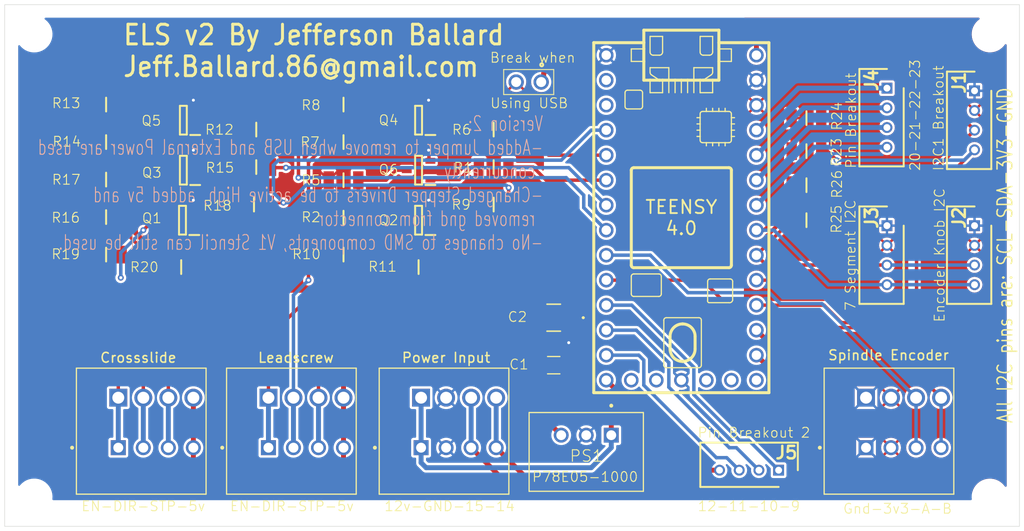
<source format=kicad_pcb>
(kicad_pcb (version 20221018) (generator pcbnew)
  (layers (0 "F.Cu" signal) (31 "B.Cu" signal) (34 "B.Paste" user) (35 "F.Paste" user) (36 "B.SilkS" user "B.Silkscreen") (37 "F.SilkS" user "F.Silkscreen") (38 "B.Mask" user) (39 "F.Mask" user) (44 "Edge.Cuts" user))
  (net 0 "")
  (net 1 "Net-(Q1-B)")
  (net 2 "Net-(Q1-C)")
  (net 3 "Net-(Q2-B)")
  (net 4 "Net-(Q2-C)")
  (net 5 "Net-(Q3-B)")
  (net 6 "Net-(Q3-C)")
  (net 7 "Net-(Q4-B)")
  (net 8 "Net-(Q4-C)")
  (net 9 "Net-(Q5-B)")
  (net 10 "Net-(Q5-C)")
  (net 11 "Net-(Q6-B)")
  (net 12 "Net-(Q6-C)")
  (net 13 "/S1_STEP_3V3")
  (net 14 "/S1_DIR_3V3")
  (net 15 "/EN_3V3")
  (net 16 "EN_1")
  (net 17 "/S2_STEP_3V3")
  (net 18 "STEP_1")
  (net 19 "/S2_DIR_3V3")
  (net 20 "DIR_1")
  (net 21 "STEP_2")
  (net 24 "DIR_2")
  (net 28 "ENC_Knob_A")
  (net 29 "ENC_Knob_B")
  (net 30 "GND")
  (net 31 "SDA1")
  (net 32 "SCL1")
  (net 33 "SDA")
  (net 34 "SCL")
  (net 35 "ENC_A")
  (net 36 "3V3")
  (net 37 "P23")
  (net 38 "P22")
  (net 39 "P21")
  (net 40 "P20")
  (net 41 "P9")
  (net 42 "P10")
  (net 43 "P11")
  (net 44 "P12")
  (net 45 "EN_2")
  (net 46 "12v")
  (net 47 "P15")
  (net 48 "P14")
  (net 49 "ENC_B")
  (net 50 "Net-(J6-Pad1)")
  (net 51 "5V")
  (footprint "ELS:TE_1-2834015-4" (layer "F.Cu") (at 91.2368 42.4688)
    (fp_text reference "ENCODER0" hide)
    (fp_text value "1-2834015-4" hide)
  )
  (footprint "ELS:RESC3216X75N" (layer "F.Cu") (at 10.2956 25.3898 180)
    (fp_text reference "R19")
    (fp_text value "CR1206-FX-8250ELF" hide)
  )
  (footprint "MountingHole:MountingHole_3.2mm_M3" (layer "F.Cu") (at 3 3)
    (fp_text reference "REF**" hide)
    (fp_text value "MountingHole_3.2mm_M3" hide)
  )
  (footprint "ELS:RESC3216X60N" (layer "F.Cu") (at 17.9156 26.6598 180)
    (fp_text reference "R20")
    (fp_text value "CRCW1206220RFKEAC" hide)
  )
  (footprint "ELS:CAPC3216X140N" (layer "F.Cu") (at 55.7276 36.6268 180)
    (fp_text reference "C1")
    (fp_text value "CL31B106KBHNNNE" hide)
  )
  (footprint "ELS:RESC3216X60N" (layer "F.Cu") (at 25.5356 16.4998 180)
    (fp_text reference "R15")
    (fp_text value "CRCW12061K00FKEAC" hide)
  )
  (footprint "ELS:RESC3216X75N" (layer "F.Cu") (at 34.3916 13.9598 180)
    (fp_text reference "R7")
    (fp_text value "CR1206-FX-8250ELF" hide)
  )
  (footprint "ELS:RESC3216X75N" (layer "F.Cu") (at 10.2956 21.5798 180)
    (fp_text reference "R16")
    (fp_text value "CR1206-FX-8250ELF" hide)
  )
  (footprint "SamacSys_Parts:RESC3216X60N" (layer "F.Cu") (at 81.3816 18.3388)
    (fp_text reference "R26")
    (fp_text value "CRCW12064K70FKEBC" hide)
  )
  (footprint "SamacSys_Parts:SHDR4W50P0X200_1X4_990X450X600P" (layer "F.Cu") (at 98.4416 8.7508 90)
    (fp_text reference "J1")
    (fp_text value "B4B-PH-K-S_LF__SN_" hide)
  )
  (footprint "ELS:RESC3216X60N" (layer "F.Cu") (at 34.3916 10.1498 180)
    (fp_text reference "R8")
    (fp_text value "CRCW1206220RFKEAC" hide)
  )
  (footprint "SamacSys_Parts:SHDR4W50P0X200_1X4_990X450X600P" (layer "F.Cu") (at 89.5516 22.4508 90)
    (fp_text reference "J3")
    (fp_text value "B4B-PH-K-S_LF__SN_" hide)
  )
  (footprint "ELS:CAP_CL32_SAM-M" (layer "F.Cu") (at 55.7276 31.8008 180)
    (fp_text reference "C2")
    (fp_text value "CL32B226MOJNNNECAP_CL32_SAM-M" hide)
  )
  (footprint "ELS:RESC3216X75N" (layer "F.Cu") (at 10.2956 10.1498 180)
    (fp_text reference "R13")
    (fp_text value "CR1206-FX-8250ELF" hide)
  )
  (footprint "SamacSys_Parts:SOT96P237X111-3N" (layer "F.Cu") (at 42.0116 21.8948 180)
    (fp_text reference "Q2")
    (fp_text value "MMBT2222ALT3G" hide)
  )
  (footprint "ELS:RESC3216X60N" (layer "F.Cu") (at 25.5356 12.6898 180)
    (fp_text reference "R12")
    (fp_text value "CRCW12061K00FKEAC" hide)
  )
  (footprint "SamacSys_Parts:TSW-102-XX-YY-S" (layer "F.Cu") (at 54.4576 7.8608 180)
    (fp_text reference "J6" hide)
    (fp_text value "TSW-102-09-T-S" hide)
  )
  (footprint "ELS:RESC3216X60N" (layer "F.Cu") (at 25.3056 20.3098 180)
    (fp_text reference "R18")
    (fp_text value "CRCW12061K00FKEAC" hide)
  )
  (footprint "ELS:TEENSY_4.0" (layer "F.Cu") (at 68.6816 21.6408 -90)
    (fp_text reference "TEENSY_4.0" hide)
    (fp_text value "TEENSY_4.0" hide)
  )
  (footprint "ELS:RESC3216X60N" (layer "F.Cu") (at 49.6316 16.4998 180)
    (fp_text reference "R1")
    (fp_text value "CRCW12061K00FKEAC" hide)
  )
  (footprint "ELS:RESC3216X60N" (layer "F.Cu") (at 10.2956 17.7698 180)
    (fp_text reference "R17")
    (fp_text value "CRCW1206220RFKEAC" hide)
  )
  (footprint "ELS:TE_1-2834015-4" (layer "F.Cu") (at 15.3416 42.4688)
    (fp_text reference "STEPPER2" hide)
    (fp_text value "1-2834015-4" hide)
  )
  (footprint "SamacSys_Parts:RESC3216X60N" (layer "F.Cu") (at 81.3816 21.8948)
    (fp_text reference "R25")
    (fp_text value "CRCW12064K70FKEBC" hide)
  )
  (footprint "MountingHole:MountingHole_3.2mm_M3" (layer "F.Cu") (at 100 3)
    (fp_text reference "REF**" hide)
    (fp_text value "MountingHole_3.2mm_M3" hide)
  )
  (footprint "SamacSys_Parts:SOT96P237X111-3N" (layer "F.Cu") (at 18.1356 11.7348 180)
    (fp_text reference "Q5")
    (fp_text value "MMBT2222ALT3G" hide)
  )
  (footprint "ELS:RESC3216X75N" (layer "F.Cu") (at 34.3916 21.6408 180)
    (fp_text reference "R2")
    (fp_text value "CR1206-FX-8250ELF" hide)
  )
  (footprint "SamacSys_Parts:RESC3216X60N" (layer "F.Cu") (at 81.3816 14.8788 180)
    (fp_text reference "R23")
    (fp_text value "CRCW12064K70FKEBC" hide)
  )
  (footprint "ELS:RESC3216X60N" (layer "F.Cu") (at 10.2956 13.9598 180)
    (fp_text reference "R14")
    (fp_text value "CRCW1206220RFKEAC" hide)
  )
  (footprint "SamacSys_Parts:SOT96P237X111-3N" (layer "F.Cu") (at 42.0116 16.8148 180)
    (fp_text reference "Q6")
    (fp_text value "MMBT2222ALT3G" hide)
  )
  (footprint "MountingHole:MountingHole_3.2mm_M3" (layer "F.Cu") (at 3 50)
    (fp_text reference "REF**" hide)
    (fp_text value "MountingHole_3.2mm_M3" hide)
  )
  (footprint "SamacSys_Parts:SHDR4W50P0X200_1X4_990X450X600P" (layer "F.Cu") (at 78.5556 47.2948)
    (fp_text reference "J5")
    (fp_text value "B4B-PH-K-S_LF__SN_" hide)
  )
  (footprint "SamacSys_Parts:SOT96P237X111-3N" (layer "F.Cu") (at 18.1356 16.8148 180)
    (fp_text reference "Q3")
    (fp_text value "MMBT2222ALT3G" hide)
  )
  (footprint "SamacSys_Parts:SHDR4W50P0X200_1X4_990X450X600P" (layer "F.Cu") (at 89.5516 8.4808 90)
    (fp_text reference "J4")
    (fp_text value "B4B-PH-K-S_LF__SN_" hide)
  )
  (footprint "SamacSys_Parts:SOT96P237X111-3N" (layer "F.Cu") (at 18.0456 21.8948 180)
    (fp_text reference "Q1")
    (fp_text value "MMBT2222ALT3G" hide)
  )
  (footprint "SamacSys_Parts:SOT96P237X111-3N" (layer "F.Cu") (at 42.0116 11.7348 180)
    (fp_text reference "Q4")
    (fp_text value "MMBT2222ALT3G" hide)
  )
  (footprint "ELS:RESC3216X60N" (layer "F.Cu") (at 49.6316 12.6898 180)
    (fp_text reference "R6")
    (fp_text value "CRCW12061K00FKEAC" hide)
  )
  (footprint "SamacSys_Parts:SHDR4W50P0X200_1X4_990X450X600P" (layer "F.Cu") (at 98.4416 22.4508 90)
    (fp_text reference "J2")
    (fp_text value "B4B-PH-K-S_LF__SN_" hide)
  )
  (footprint "ELS:TE_1-2834015-4" (layer "F.Cu") (at 46.0756 42.4688)
    (fp_text reference "POWER_INPUT0" hide)
    (fp_text value "1-2834015-4" hide)
  )
  (footprint "ELS:RESC3216X60N" (layer "F.Cu") (at 49.6316 20.3098 180)
    (fp_text reference "R9")
    (fp_text value "CRCW12061K00FKEAC" hide)
  )
  (footprint "ELS:RESC3216X60N" (layer "F.Cu") (at 34.3916 17.8308 180)
    (fp_text reference "R5")
    (fp_text value "CRCW1206220RFKEAC" hide)
  )
  (footprint "ELS:RESC3216X75N" (layer "F.Cu") (at 34.3916 25.3898 180)
    (fp_text reference "R10")
    (fp_text value "CR1206-FX-8250ELF" hide)
  )
  (footprint "ELS:CONV_P78E05-1000" (layer "F.Cu") (at 59.0296 43.7388 180)
    (fp_text reference "PS1")
    (fp_text value "P78E05-1000")
  )
  (footprint "ELS:RESC3216X60N" (layer "F.Cu") (at 42.0116 26.6598 180)
    (fp_text reference "R11")
    (fp_text value "CRCW1206220RFKEAC" hide)
  )
  (footprint "SamacSys_Parts:RESC3216X60N" (layer "F.Cu") (at 81.3816 11.5288 180)
    (fp_text reference "R24")
    (fp_text value "CRCW12064K70FKEBC" hide)
  )
  (footprint "MountingHole:MountingHole_3.2mm_M3" (layer "F.Cu") (at 100 50)
    (fp_text reference "REF**" hide)
    (fp_text value "MountingHole_3.2mm_M3" hide)
  )
  (footprint "ELS:TE_1-2834015-4" (layer "F.Cu") (at 30.5816 42.4688)
    (fp_text reference "STEPPER1" hide)
    (fp_text value "1-2834015-4" hide)
  )
  (gr_rect (start 0 0) (end 103 53) (stroke (width 0.05)) (fill none) (layer "Edge.Cuts"))
  (gr_text "Version 2:\n-Added Jumper to remove when USB and External Power are used \n concurrently\n-Changed Stepper Drivers to be active High, added 5v and \n removed gnd from connector\n-No changes to SMD components, V1 Stencil can still be used." (at 54.7116 25.0444) (layer "B.SilkS") (effects (font (size 1.5 1) (thickness 0.1)) (justify left bottom mirror)))
  (gr_text "All I2C pins are: SCL-SDA-3V3-GND" (at 102.4128 42.6212 90) (layer "F.SilkS") (effects (font (size 1.5 1.2)) (justify left bottom)))
  (gr_text "ELS v2 By Jefferson Ballard\nJeff.Ballard.86@gmail.com" (at 11.8872 7.4676) (layer "F.SilkS") (effects (font (size 2 1.8) (thickness 0.3) bold) (justify left bottom)))
  (segment (start 23.8056 20.3098) (end 22.7686 20.3098) (width 0.35) (layer "F.Cu") (net 1))
  (segment (start 20.2286 22.8498) (end 19.0956 22.8498) (width 0.35) (layer "F.Cu") (net 1))
  (segment (start 22.7686 20.3098) (end 20.2286 22.8498) (width 0.35) (layer "F.Cu") (net 1))
  (segment (start 15.0876 21.8948) (end 14.0716 22.9108) (width 0.35) (layer "F.Cu") (net 2))
  (segment (start 19.4156 26.6598) (end 19.4156 25.7148) (width 0.35) (layer "F.Cu") (net 2))
  (segment (start 19.4156 25.7148) (end 16.9956 23.2948) (width 0.35) (layer "F.Cu") (net 2))
  (segment (start 11.7856 25.3998) (end 11.7956 25.3898) (width 0.35) (layer "F.Cu") (net 2))
  (segment (start 16.9956 23.2948) (end 16.9956 21.8948) (width 0.35) (layer "F.Cu") (net 2))
  (segment (start 11.7856 27.7368) (end 11.7856 25.3998) (width 0.35) (layer "F.Cu") (net 2))
  (segment (start 16.9956 21.8948) (end 15.0876 21.8948) (width 0.35) (layer "F.Cu") (net 2))
  (via (at 14.0716 22.9108) (size 0.6) (drill 0.3) (layers "F.Cu" "B.Cu") (net 2))
  (via (at 11.7856 27.7368) (size 0.6) (drill 0.3) (layers "F.Cu" "B.Cu") (net 2))
  (segment (start 14.0716 22.9108) (end 11.7856 25.1968) (width 0.35) (layer "B.Cu") (net 2))
  (segment (start 11.7856 25.1968) (end 11.7856 27.7368) (width 0.35) (layer "B.Cu") (net 2))
  (segment (start 47.4066 20.3098) (end 44.8666 22.8498) (width 0.35) (layer "F.Cu") (net 3))
  (segment (start 44.8666 22.8498) (end 43.0616 22.8498) (width 0.35) (layer "F.Cu") (net 3))
  (segment (start 48.1316 20.3098) (end 47.4066 20.3098) (width 0.35) (layer "F.Cu") (net 3))
  (segment (start 40.9616 21.9288) (end 37.5006 25.3898) (width 0.35) (layer "F.Cu") (net 4))
  (segment (start 40.9616 21.8948) (end 40.9616 21.9288) (width 0.35) (layer "F.Cu") (net 4))
  (segment (start 43.5116 26.6598) (end 43.5116 25.9348) (width 0.35) (layer "F.Cu") (net 4))
  (segment (start 37.5006 25.3898) (end 35.8916 25.3898) (width 0.35) (layer "F.Cu") (net 4))
  (segment (start 40.9616 23.3848) (end 40.9616 21.8948) (width 0.35) (layer "F.Cu") (net 4))
  (segment (start 43.5116 25.9348) (end 40.9616 23.3848) (width 0.35) (layer "F.Cu") (net 4))
  (segment (start 24.0356 16.4998) (end 23.0226 16.4998) (width 0.35) (layer "F.Cu") (net 5))
  (segment (start 21.7526 17.7698) (end 19.1856 17.7698) (width 0.35) (layer "F.Cu") (net 5))
  (segment (start 23.0226 16.4998) (end 21.7526 17.7698) (width 0.35) (layer "F.Cu") (net 5))
  (segment (start 15.5956 16.8148) (end 14.6406 17.7698) (width 0.35) (layer "F.Cu") (net 6))
  (segment (start 14.6406 17.7698) (end 11.7956 17.7698) (width 0.35) (layer "F.Cu") (net 6))
  (segment (start 11.7956 17.7698) (end 11.7956 21.5798) (width 0.35) (layer "F.Cu") (net 6))
  (segment (start 17.0856 16.8148) (end 15.5956 16.8148) (width 0.35) (layer "F.Cu") (net 6))
  (segment (start 48.1316 12.6898) (end 43.0616 12.6898) (width 0.35) (layer "F.Cu") (net 7))
  (segment (start 39.7256 11.7348) (end 38.1406 10.1498) (width 0.35) (layer "F.Cu") (net 8))
  (segment (start 35.8916 10.1498) (end 35.8916 13.9598) (width 0.35) (layer "F.Cu") (net 8))
  (segment (start 40.9616 11.7348) (end 39.7256 11.7348) (width 0.35) (layer "F.Cu") (net 8))
  (segment (start 38.1406 10.1498) (end 35.8916 10.1498) (width 0.35) (layer "F.Cu") (net 8))
  (segment (start 24.0356 12.6898) (end 19.1856 12.6898) (width 0.35) (layer "F.Cu") (net 9))
  (segment (start 15.5956 11.7348) (end 14.0106 10.1498) (width 0.35) (layer "F.Cu") (net 10))
  (segment (start 11.7956 13.9598) (end 11.7956 10.1498) (width 0.35) (layer "F.Cu") (net 10))
  (segment (start 17.0856 11.7348) (end 15.5956 11.7348) (width 0.35) (layer "F.Cu") (net 10))
  (segment (start 14.0106 10.1498) (end 11.7956 10.1498) (width 0.35) (layer "F.Cu") (net 10))
  (segment (start 47.4066 16.4998) (end 46.1366 17.7698) (width 0.35) (layer "F.Cu") (net 11))
  (segment (start 48.1316 16.4998) (end 47.4066 16.4998) (width 0.35) (layer "F.Cu") (net 11))
  (segment (start 46.1366 17.7698) (end 43.0616 17.7698) (width 0.35) (layer "F.Cu") (net 11))
  (segment (start 38.7096 17.8308) (end 35.8916 17.8308) (width 0.35) (layer "F.Cu") (net 12))
  (segment (start 40.9616 16.8148) (end 39.7256 16.8148) (width 0.35) (layer "F.Cu") (net 12))
  (segment (start 39.7256 16.8148) (end 38.7096 17.8308) (width 0.35) (layer "F.Cu") (net 12))
  (segment (start 35.8916 17.8308) (end 35.8916 21.6408) (width 0.35) (layer "F.Cu") (net 12))
  (segment (start 53.6346 16.4998) (end 51.1316 16.4998) (width 0.35) (layer "F.Cu") (net 13))
  (segment (start 54.9656 17.8308) (end 53.6346 16.4998) (width 0.35) (layer "F.Cu") (net 13))
  (segment (start 61.0616 17.8308) (end 54.9656 17.8308) (width 0.35) (layer "F.Cu") (net 13))
  (segment (start 61.0616 15.2908) (end 55.2196 15.2908) (width 0.35) (layer "F.Cu") (net 14))
  (segment (start 55.2196 15.2908) (end 52.6186 12.6898) (width 0.35) (layer "F.Cu") (net 14))
  (segment (start 52.6186 12.6898) (end 51.1316 12.6898) (width 0.35) (layer "F.Cu") (net 14))
  (segment (start 51.1556 20.2858) (end 51.1316 20.3098) (width 0.35) (layer "F.Cu") (net 15))
  (segment (start 26.9986 20.1168) (end 26.8056 20.3098) (width 0.35) (layer "F.Cu") (net 15))
  (segment (start 51.1556 18.5928) (end 51.1556 20.2858) (width 0.35) (layer "F.Cu") (net 15))
  (segment (start 28.2956 20.1168) (end 26.9986 20.1168) (width 0.35) (layer "F.Cu") (net 15))
  (via (at 51.1556 18.5928) (size 0.6) (drill 0.3) (layers "F.Cu" "B.Cu") (net 15))
  (via (at 28.2956 20.1168) (size 0.6) (drill 0.3) (layers "F.Cu" "B.Cu") (net 15))
  (segment (start 27.2796 19.1008) (end 28.2956 20.1168) (width 0.35) (layer "B.Cu") (net 15))
  (segment (start 56.4896 15.7988) (end 27.7876 15.7988) (width 0.35) (layer "B.Cu") (net 15))
  (segment (start 61.0616 12.7508) (end 59.5376 12.7508) (width 0.35) (layer "B.Cu") (net 15))
  (segment (start 27.2796 16.3068) (end 27.2796 19.1008) (width 0.35) (layer "B.Cu") (net 15))
  (segment (start 28.8036 20.1168) (end 30.5816 18.3388) (width 0.35) (layer "B.Cu") (net 15))
  (segment (start 50.9016 18.3388) (end 51.1556 18.5928) (width 0.35) (layer "B.Cu") (net 15))
  (segment (start 48.6156 18.3388) (end 50.9016 18.3388) (width 0.35) (layer "B.Cu") (net 15))
  (segment (start 59.5376 12.7508) (end 56.4896 15.7988) (width 0.35) (layer "B.Cu") (net 15))
  (segment (start 27.7876 15.7988) (end 27.2796 16.3068) (width 0.35) (layer "B.Cu") (net 15))
  (segment (start 30.5816 18.3388) (end 48.6156 18.3388) (width 0.35) (layer "B.Cu") (net 15))
  (segment (start 28.2956 20.1168) (end 28.8036 20.1168) (width 0.35) (layer "B.Cu") (net 15))
  (segment (start 32.8916 27.7128) (end 26.7716 33.8328) (width 0.35) (layer "F.Cu") (net 16))
  (segment (start 32.8916 25.3898) (end 32.8916 27.7128) (width 0.35) (layer "F.Cu") (net 16))
  (segment (start 26.7716 33.8328) (end 26.7716 39.9288) (width 0.35) (layer "F.Cu") (net 16))
  (segment (start 26.7716 45.0088) (end 26.7716 39.9288) (width 0.5) (layer "B.Cu") (net 16))
  (segment (start 29.8196 17.5768) (end 29.8196 14.2748) (width 0.35) (layer "F.Cu") (net 17))
  (segment (start 28.2346 12.6898) (end 27.0356 12.6898) (width 0.35) (layer "F.Cu") (net 17))
  (segment (start 29.8196 14.2748) (end 28.2346 12.6898) (width 0.35) (layer "F.Cu") (net 17))
  (via (at 29.8196 17.5768) (size 0.6) (drill 0.3) (layers "F.Cu" "B.Cu") (net 17))
  (segment (start 61.0616 22.9108) (end 58.7756 20.6248) (width 0.35) (layer "B.Cu") (net 17))
  (segment (start 58.7756 19.3548) (end 56.9976 17.5768) (width 0.35) (layer "B.Cu") (net 17))
  (segment (start 58.7756 20.6248) (end 58.7756 20.1168) (width 0.35) (layer "B.Cu") (net 17))
  (segment (start 56.9976 17.5768) (end 29.8196 17.5768) (width 0.35) (layer "B.Cu") (net 17))
  (segment (start 58.7756 20.1168) (end 58.7756 19.3548) (width 0.35) (layer "B.Cu") (net 17))
  (segment (start 34.3916 22.1488) (end 34.3916 29.5148) (width 0.35) (layer "F.Cu") (net 18))
  (segment (start 34.3916 29.5148) (end 31.8516 32.0548) (width 0.35) (layer "F.Cu") (net 18))
  (segment (start 31.8516 32.0548) (end 31.8516 39.9288) (width 0.35) (layer "F.Cu") (net 18))
  (segment (start 33.8836 21.6408) (end 34.3916 22.1488) (width 0.35) (layer "F.Cu") (net 18))
  (segment (start 32.8916 21.6408) (end 33.8836 21.6408) (width 0.35) (layer "F.Cu") (net 18))
  (segment (start 31.8516 45.0088) (end 31.8516 39.9288) (width 0.5) (layer "B.Cu") (net 18))
  (segment (start 28.5496 16.5608) (end 27.0966 16.5608) (width 0.35) (layer "F.Cu") (net 19))
  (segment (start 27.0966 16.5608) (end 27.0356 16.4998) (width 0.35) (layer "F.Cu") (net 19))
  (via (at 28.5496 16.5608) (size 0.6) (drill 0.3) (layers "F.Cu" "B.Cu") (net 19))
  (segment (start 57.2516 16.5608) (end 28.5496 16.5608) (width 0.35) (layer "B.Cu") (net 19))
  (segment (start 61.0616 20.3708) (end 57.2516 16.5608) (width 0.35) (layer "B.Cu") (net 19))
  (segment (start 30.8356 16.0158) (end 30.8356 27.9908) (width 0.35) (layer "F.Cu") (net 20))
  (segment (start 32.8916 13.9598) (end 30.8356 16.0158) (width 0.35) (layer "F.Cu") (net 20))
  (via (at 30.8356 27.9908) (size 0.6) (drill 0.3) (layers "F.Cu" "B.Cu") (net 20))
  (segment (start 30.8356 27.9908) (end 29.3116 29.5148) (width 0.35) (layer "B.Cu") (net 20))
  (segment (start 29.3116 45.0088) (end 29.3116 39.9288) (width 0.5) (layer "B.Cu") (net 20))
  (segment (start 29.3116 29.5148) (end 29.3116 39.9288) (width 0.35) (layer "B.Cu") (net 20))
  (segment (start 13.5636 24.4348) (end 13.5636 32.5628) (width 0.35) (layer "F.Cu") (net 21))
  (segment (start 10.2616 11.6158) (end 10.2616 22.6568) (width 0.35) (layer "F.Cu") (net 21))
  (segment (start 12.5476 23.4188) (end 13.5636 24.4348) (width 0.35) (layer "F.Cu") (net 21))
  (segment (start 11.0236 23.4188) (end 12.5476 23.4188) (width 0.35) (layer "F.Cu") (net 21))
  (segment (start 16.6116 35.6108) (end 16.6116 39.9288) (width 0.35) (layer "F.Cu") (net 21))
  (segment (start 10.2616 22.6568) (end 11.0236 23.4188) (width 0.35) (layer "F.Cu") (net 21))
  (segment (start 13.5636 32.5628) (end 16.6116 35.6108) (width 0.35) (layer "F.Cu") (net 21))
  (segment (start 8.7956 10.1498) (end 10.2616 11.6158) (width 0.35) (layer "F.Cu") (net 21))
  (segment (start 16.6116 45.0088) (end 16.6116 39.9288) (width 0.5) (layer "B.Cu") (net 21))
  (segment (start 14.0716 34.0868) (end 14.0716 39.9288) (width 0.35) (layer "F.Cu") (net 24))
  (segment (start 8.7956 21.5798) (end 8.7956 22.4608) (width 0.35) (layer "F.Cu") (net 24))
  (segment (start 10.2616 30.2768) (end 14.0716 34.0868) (width 0.35) (layer "F.Cu") (net 24))
  (segment (start 8.7956 22.4608) (end 10.2616 23.9268) (width 0.35) (layer "F.Cu") (net 24))
  (segment (start 10.2616 23.9268) (end 10.2616 30.2768) (width 0.35) (layer "F.Cu") (net 24))
  (segment (start 14.0716 45.0088) (end 14.0716 39.9288) (width 0.5) (layer "B.Cu") (net 24))
  (segment (start 57.2226 36.6268) (end 57.2226 34.3698) (width 0.35) (layer "F.Cu") (net 30))
  (segment (start 19.1856 9.7368) (end 19.1516 9.7028) (width 0.35) (layer "F.Cu") (net 30))
  (segment (start 43.0616 19.8968) (end 43.0276 19.8628) (width 0.35) (layer "F.Cu") (net 30))
  (segment (start 19.0956 20.9398) (end 19.0956 19.9188) (width 0.35) (layer "F.Cu") (net 30))
  (segment (start 57.307 31.8008) (end 57.307 34.2854) (width 0.35) (layer "F.Cu") (net 30))
  (segment (start 43.0616 9.7368) (end 43.0276 9.7028) (width 0.35) (layer "F.Cu") (net 30))
  (segment (start 43.0616 14.8168) (end 43.0276 14.7828) (width 0.35) (layer "F.Cu") (net 30))
  (segment (start 19.1856 15.8598) (end 19.1856 14.8168) (width 0.35) (layer "F.Cu") (net 30))
  (segment (start 19.0956 19.9188) (end 19.1516 19.8628) (width 0.35) (layer "F.Cu") (net 30))
  (segment (start 43.0616 20.9398) (end 43.0616 19.8968) (width 0.35) (layer "F.Cu") (net 30))
  (segment (start 57.2226 34.3698) (end 57.2516 34.3408) (width 0.35) (layer "F.Cu") (net 30))
  (segment (start 57.307 34.2854) (end 57.2516 34.3408) (width 0.35) (layer "F.Cu") (net 30))
  (segment (start 19.1856 10.7798) (end 19.1856 9.7368) (width 0.35) (layer "F.Cu") (net 30))
  (segment (start 43.0616 15.8598) (end 43.0616 14.8168) (width 0.35) (layer "F.Cu") (net 30))
  (segment (start 43.0616 10.7798) (end 43.0616 9.7368) (width 0.35) (layer "F.Cu") (net 30))
  (segment (start 19.1856 14.8168) (end 19.1516 14.7828) (width 0.35) (layer "F.Cu") (net 30))
  (via (at 43.0276 14.7828) (size 0.6) (drill 0.3) (layers "F.Cu" "B.Cu") (net 30))
  (via (at 19.1516 9.7028) (size 0.6) (drill 0.3) (layers "F.Cu" "B.Cu") (net 30))
  (via (at 57.2516 34.3408) (size 0.6) (drill 0.3) (layers "F.Cu" "B.Cu") (net 30))
  (via (at 19.1516 14.7828) (size 0.6) (drill 0.3) (layers "F.Cu" "B.Cu") (net 30))
  (via (at 43.0276 9.7028) (size 0.6) (drill 0.3) (layers "F.Cu" "B.Cu") (net 30))
  (via (at 19.1516 19.8628) (size 0.6) (drill 0.3) (layers "F.Cu" "B.Cu") (net 30))
  (via (at 43.0276 19.8628) (size 0.6) (drill 0.3) (layers "F.Cu" "B.Cu") (net 30))
  (segment (start 91.5416 30.5308) (end 90.5256 31.5468) (width 0.35) (layer "F.Cu") (net 31))
  (segment (start 98.4416 12.7508) (end 91.5416 19.6508) (width 0.35) (layer "F.Cu") (net 31))
  (segment (start 90.5256 31.5468) (end 85.4456 31.5468) (width 0.35) (layer "F.Cu") (net 31))
  (segment (start 97.2196 11.5288) (end 98.4416 12.7508) (width 0.35) (layer "F.Cu") (net 31))
  (segment (start 85.4456 31.5468) (end 81.8896 27.9908) (width 0.35) (layer "F.Cu") (net 31))
  (segment (start 81.8896 27.9908) (end 76.3016 27.9908) (width 0.35) (layer "F.Cu") (net 31))
  (segment (start 91.5416 19.6508) (end 91.5416 30.5308) (width 0.35) (layer "F.Cu") (net 31))
  (segment (start 82.8816 11.5288) (end 97.2196 11.5288) (width 0.35) (layer "F.Cu") (net 31))
  (segment (start 92.5576 30.7848) (end 91.0336 32.3088) (width 0.35) (layer "F.Cu") (net 32))
  (segment (start 83.5096 14.8788) (end 84.4296 15.7988) (width 0.35) (layer "F.Cu") (net 32))
  (segment (start 83.1596 30.5308) (end 76.3016 30.5308) (width 0.35) (layer "F.Cu") (net 32))
  (segment (start 82.8816 14.8788) (end 83.5096 14.8788) (width 0.35) (layer "F.Cu") (net 32))
  (segment (start 84.9376 32.3088) (end 83.1596 30.5308) (width 0.35) (layer "F.Cu") (net 32))
  (segment (start 91.0336 32.3088) (end 84.9376 32.3088) (width 0.35) (layer "F.Cu") (net 32))
  (segment (start 92.5576 20.6348) (end 92.5576 30.7848) (width 0.35) (layer "F.Cu") (net 32))
  (segment (start 98.4416 14.7508) (end 92.5576 20.6348) (width 0.35) (layer "F.Cu") (net 32))
  (via (at 84.4296 15.7988) (size 0.6) (drill 0.3) (layers "F.Cu" "B.Cu") (net 32))
  (segment (start 84.4296 15.7988) (end 97.3936 15.7988) (width 0.35) (layer "B.Cu") (net 32))
  (segment (start 97.3936 15.7988) (end 98.4416 14.7508) (width 0.35) (layer "B.Cu") (net 32))
  (segment (start 77.3016 26.4508) (end 76.3016 25.4508) (width 0.35) (layer "F.Cu") (net 33))
  (segment (start 79.8816 21.8948) (end 79.8576 21.8948) (width 0.35) (layer "F.Cu") (net 33))
  (segment (start 89.5516 26.4508) (end 77.3016 26.4508) (width 0.35) (layer "F.Cu") (net 33))
  (segment (start 79.8576 21.8948) (end 76.3016 25.4508) (width 0.35) (layer "F.Cu") (net 33))
  (segment (start 98.4416 26.4508) (end 89.5516 26.4508) (width 0.35) (layer "B.Cu") (net 33))
  (segment (start 79.8816 18.3388) (end 78.3336 19.8868) (width 0.35) (layer "F.Cu") (net 34))
  (segment (start 78.3336 21.6408) (end 77.0636 22.9108) (width 0.35) (layer "F.Cu") (net 34))
  (segment (start 78.3336 19.8868) (end 78.3336 21.6408) (width 0.35) (layer "F.Cu") (net 34))
  (segment (start 77.0636 22.9108) (end 76.3016 22.9108) (width 0.35) (layer "F.Cu") (net 34))
  (segment (start 76.3016 22.9108) (end 78.0796 22.9108) (width 0.35) (layer "B.Cu") (net 34))
  (segment (start 83.6196 28.4508) (end 89.5516 28.4508) (width 0.35) (layer "B.Cu") (net 34))
  (segment (start 78.0796 22.9108) (end 83.6196 28.4508) (width 0.35) (layer "B.Cu") (net 34))
  (segment (start 98.4416 28.4508) (end 89.5516 28.4508) (width 0.35) (layer "B.Cu") (net 34))
  (segment (start 78.74 30.3784) (end 77.6224 29.2608) (width 0.35) (layer "B.Cu") (net 35))
  (segment (start 82.9564 30.3784) (end 78.74 30.3784) (width 0.35) (layer "B.Cu") (net 35))
  (segment (start 65.532 25.4508) (end 61.0616 25.4508) (width 0.35) (layer "B.Cu") (net 35))
  (segment (start 69.342 29.2608) (end 65.532 25.4508) (width 0.35) (layer "B.Cu") (net 35))
  (segment (start 92.5068 39.9288) (end 82.9564 30.3784) (width 0.35) (layer "B.Cu") (net 35))
  (segment (start 92.5068 39.9288) (end 92.5068 45.0088) (width 0.35) (layer "B.Cu") (net 35))
  (segment (start 77.6224 29.2608) (end 69.342 29.2608) (width 0.35) (layer "B.Cu") (net 35))
  (segment (start 80.5716 8.4808) (end 76.3016 12.7508) (width 0.5) (layer "B.Cu") (net 37))
  (segment (start 89.5516 8.4808) (end 80.5716 8.4808) (width 0.5) (layer "B.Cu") (net 37))
  (segment (start 81.1116 10.4808) (end 76.3016 15.2908) (width 0.5) (layer "B.Cu") (net 38))
  (segment (start 89.5516 10.4808) (end 81.1116 10.4808) (width 0.5) (layer "B.Cu") (net 38))
  (segment (start 81.6516 12.4808) (end 76.3016 17.8308) (width 0.5) (layer "B.Cu") (net 39))
  (segment (start 89.5516 12.4808) (end 81.6516 12.4808) (width 0.5) (layer "B.Cu") (net 39))
  (segment (start 82.1916 14.4808) (end 76.3016 20.3708) (width 0.5) (layer "B.Cu") (net 40))
  (segment (start 89.5516 14.4808) (end 82.1916 14.4808) (width 0.5) (layer "B.Cu") (net 40))
  (segment (start 74.5744 44.2468) (end 69.9516 39.624) (width 0.35) (layer "B.Cu") (net 41))
  (segment (start 75.5076 44.2468) (end 74.5744 44.2468) (width 0.35) (layer "B.Cu") (net 41))
  (segment (start 69.9516 36.83) (end 63.6524 30.5308) (width 0.35) (layer "B.Cu") (net 41))
  (segment (start 78.5556 47.2948) (end 75.5076 44.2468) (width 0.35) (layer "B.Cu") (net 41))
  (segment (start 69.9516 39.624) (end 69.9516 36.83) (width 0.35) (layer "B.Cu") (net 41))
  (segment (start 63.6524 30.5308) (end 61.0616 30.5308) (width 0.35) (layer "B.Cu") (net 41))
  (segment (start 64.1096 33.0708) (end 61.0616 33.0708) (width 0.35) (layer "B.Cu") (net 42))
  (segment (start 73.5584 45.0088) (end 67.4116 38.862) (width 0.35) (layer "B.Cu") (net 42))
  (segment (start 67.4116 36.3728) (end 64.1096 33.0708) (width 0.35) (layer "B.Cu") (net 42))
  (segment (start 76.5556 47.2948) (end 74.2696 45.0088) (width 0.35) (layer "B.Cu") (net 42))
  (segment (start 74.2696 45.0088) (end 73.5584 45.0088) (width 0.35) (layer "B.Cu") (net 42))
  (segment (start 67.4116 38.862) (end 67.4116 36.3728) (width 0.35) (layer "B.Cu") (net 42))
  (segment (start 64.3636 35.6108) (end 61.0616 35.6108) (width 0.35) (layer "B.Cu") (net 43))
  (segment (start 73.2856 46.0248) (end 72.2376 46.0248) (width 0.35) (layer "B.Cu") (net 43))
  (segment (start 72.2376 46.0248) (end 64.8716 38.6588) (width 0.35) (layer "B.Cu") (net 43))
  (segment (start 74.5556 47.2948) (end 73.2856 46.0248) (width 0.35) (layer "B.Cu") (net 43))
  (segment (start 64.8716 38.6588) (end 64.8716 36.1188) (width 0.35) (layer "B.Cu") (net 43))
  (segment (start 64.8716 36.1188) (end 64.3636 35.6108) (width 0.35) (layer "B.Cu") (net 43))
  (segment (start 72.5556 47.2948) (end 70.2056 47.2948) (width 0.5) (layer "F.Cu") (net 44))
  (segment (start 70.2056 47.2948) (end 61.0616 38.1508) (width 0.5) (layer "F.Cu") (net 44))
  (segment (start 11.5316 32.8168) (end 11.5316 39.9288) (width 0.35) (layer "F.Cu") (net 45))
  (segment (start 8.7956 25.3898) (end 8.7956 30.0808) (width 0.35) (layer "F.Cu") (net 45))
  (segment (start 8.7956 30.0808) (end 11.5316 32.8168) (width 0.35) (layer "F.Cu") (net 45))
  (segment (start 11.5316 45.0088) (end 11.5316 39.9288) (width 0.5) (layer "B.Cu") (net 45))
  (segment (start 61.5696 41.4528) (end 61.5696 43.7388) (width 0.5) (layer "F.Cu") (net 46))
  (segment (start 60.5536 40.4368) (end 61.5696 41.4528) (width 0.5) (layer "F.Cu") (net 46))
  (segment (start 54.9656 40.4368) (end 60.5536 40.4368) (width 0.5) (layer "F.Cu") (net 46))
  (segment (start 54.2326 36.6268) (end 54.2326 39.7038) (width 0.5) (layer "F.Cu") (net 46))
  (segment (start 54.2326 39.7038) (end 54.9656 40.4368) (width 0.5) (layer "F.Cu") (net 46))
  (segment (start 42.2656 45.0088) (end 42.2656 39.9288) (width 0.5) (layer "B.Cu") (net 46))
  (segment (start 42.2656 46.5328) (end 42.7736 47.0408) (width 0.5) (layer "B.Cu") (net 46))
  (segment (start 42.2656 45.0088) (end 42.2656 46.5328) (width 0.5) (layer "B.Cu") (net 46))
  (segment (start 61.5696 45.0088) (end 61.5696 43.7388) (width 0.5) (layer "B.Cu") (net 46))
  (segment (start 42.7736 47.0408) (end 59.5376 47.0408) (width 0.5) (layer "B.Cu") (net 46))
  (segment (start 59.5376 47.0408) (end 61.5696 45.0088) (width 0.5) (layer "B.Cu") (net 46))
  (segment (start 82.3896 39.1588) (end 76.3016 33.0708) (width 0.5) (layer "F.Cu") (net 47))
  (segment (start 51.9096 49.5728) (end 80.1196 49.5728) (width 0.5) (layer "F.Cu") (net 47))
  (segment (start 80.1196 49.5728) (end 82.3896 47.3028) (width 0.5) (layer "F.Cu") (net 47))
  (segment (start 47.3456 45.0088) (end 51.9096 49.5728) (width 0.5) (layer "F.Cu") (net 47))
  (segment (start 82.3896 47.3028) (end 82.3896 39.1588) (width 0.5) (layer "F.Cu") (net 47))
  (segment (start 47.3456 45.0088) (end 47.3456 39.9288) (width 0.5) (layer "B.Cu") (net 47))
  (segment (start 53.7972 48.9204) (end 79.8068 48.9204) (width 0.5) (layer "F.Cu") (net 48))
  (segment (start 81.7372 46.99) (end 81.7372 41.0464) (width 0.5) (layer "F.Cu") (net 48))
  (segment (start 81.7372 41.0464) (end 76.3016 35.6108) (width 0.5) (layer "F.Cu") (net 48))
  (segment (start 49.8856 45.0088) (end 53.7972 48.9204) (width 0.5) (layer "F.Cu") (net 48))
  (segment (start 79.8068 48.9204) (end 81.7372 46.99) (width 0.5) (layer "F.Cu") (net 48))
  (segment (start 49.8856 45.0088) (end 49.8856 39.9288) (width 0.5) (layer "B.Cu") (net 48))
  (segment (start 74.6252 31.8008) (end 70.8152 27.9908) (width 0.35) (layer "F.Cu") (net 49))
  (segment (start 83.058 31.8008) (end 74.6252 31.8008) (width 0.35) (layer "F.Cu") (net 49))
  (segment (start 87.9292 32.8112) (end 84.0684 32.8112) (width 0.35) (layer "F.Cu") (net 49))
  (segment (start 95.0468 39.9288) (end 87.9292 32.8112) (width 0.35) (layer "F.Cu") (net 49))
  (segment (start 84.0684 32.8112) (end 83.058 31.8008) (width 0.35) (layer "F.Cu") (net 49))
  (segment (start 70.8152 27.9908) (end 61.0616 27.9908) (width 0.35) (layer "F.Cu") (net 49))
  (segment (start 95.0468 39.9288) (end 95.0468 45.0088) (width 0.35) (layer "B.Cu") (net 49))
  (segment (start 59.69 1.9812) (end 54.7116 6.9596) (width 0.5) (layer "F.Cu") (net 50))
  (segment (start 76.3016 5.1308) (end 76.3016 3.5052) (width 0.5) (layer "F.Cu") (net 50))
  (segment (start 54.7116 6.9596) (end 54.7116 7.6068) (width 0.5) (layer "F.Cu") (net 50))
  (segment (start 74.7776 1.9812) (end 59.69 1.9812) (width 0.5) (layer "F.Cu") (net 50))
  (segment (start 54.7116 7.6068) (end 54.4576 7.8608) (width 0.5) (layer "F.Cu") (net 50))
  (segment (start 76.3016 3.5052) (end 74.7776 1.9812) (width 0.5) (layer "F.Cu") (net 50))
  (segment (start 19.1516 46.482) (end 19.1516 45.0088) (width 0.5) (layer "F.Cu") (net 51))
  (segment (start 33.5788 47.5488) (end 21.5392 47.5488) (width 0.5) (layer "F.Cu") (net 51))
  (segment (start 54.1482 29.9674) (end 53.4416 29.2608) (width 0.5) (layer "F.Cu") (net 51))
  (segment (start 21.5392 47.5488) (end 21.4884 47.5996) (width 0.5) (layer "F.Cu") (net 51))
  (segment (start 34.3916 46.736) (end 33.5788 47.5488) (width 0.5) (layer "F.Cu") (net 51))
  (segment (start 34.3916 45.0088) (end 34.3916 46.736) (width 0.5) (layer "F.Cu") (net 51))
  (segment (start 40.5116 28.2688) (end 40.5116 26.6598) (width 0.5) (layer "F.Cu") (net 51))
  (segment (start 34.3916 45.0088) (end 34.3916 39.9288) (width 0.5) (layer "F.Cu") (net 51))
  (segment (start 20.2692 47.5996) (end 19.1516 46.482) (width 0.5) (layer "F.Cu") (net 51))
  (segment (start 52.6796 39.9288) (end 52.6796 33.2694) (width 0.5) (layer "F.Cu") (net 51))
  (segment (start 34.3916 32.7798) (end 40.5116 26.6598) (width 0.5) (layer "F.Cu") (net 51))
  (segment (start 54.1482 31.8008) (end 54.1482 29.9674) (width 0.5) (layer "F.Cu") (net 51))
  (segment (start 34.3916 39.9288) (end 34.3916 32.7798) (width 0.5) (layer "F.Cu") (net 51))
  (segment (start 53.4416 29.2608) (end 41.5036 29.2608) (width 0.5) (layer "F.Cu") (net 51))
  (segment (start 56.4896 43.7388) (end 52.6796 39.9288) (width 0.5) (layer "F.Cu") (net 51))
  (segment (start 19.1516 45.0088) (end 19.1516 39.9288) (width 0.5) (layer "F.Cu") (net 51))
  (segment (start 21.4884 47.5996) (end 20.2692 47.5996) (width 0.5) (layer "F.Cu") (net 51))
  (segment (start 52.6796 33.2694) (end 54.1482 31.8008) (width 0.5) (layer "F.Cu") (net 51))
  (segment (start 41.5036 29.2608) (end 40.5116 28.2688) (width 0.5) (layer "F.Cu") (net 51))
  (zone (net 51) (net_name "5V") (layer "F.Cu") (priority 2) (connect_pads (clearance 0.25)) (min_thickness 0.2) (fill yes (thermal_gap 0.25) (thermal_bridge_width 0.25))
    (polygon (pts (xy 54.7356 29.2608) (xy 6.4756 29.2608) (xy 6.4756 7.6708) (xy 54.7356 7.6708)))
  )
  (zone (net 36) (net_name "3V3") (layer "F.Cu") (priority 1) (connect_pads (clearance 0.25)) (min_thickness 0.2) (fill yes (thermal_gap 0.25) (thermal_bridge_width 0.25))
    (polygon (pts (xy 75.0316 1.3208) (xy 101.7016 1.3208) (xy 101.7016 49.5808) (xy 75.0316 49.5808)))
  )
  (zone (net 30) (net_name "GND") (layer "B.Cu") (connect_pads (clearance 0.25)) (min_thickness 0.2) (fill yes (thermal_gap 0.25) (thermal_bridge_width 0.25))
    (polygon (pts (xy 101.7016 50.3428) (xy 101.7016 1.3208) (xy 1.3716 1.3208) (xy 1.3716 50.3428)))
  )
)
</source>
